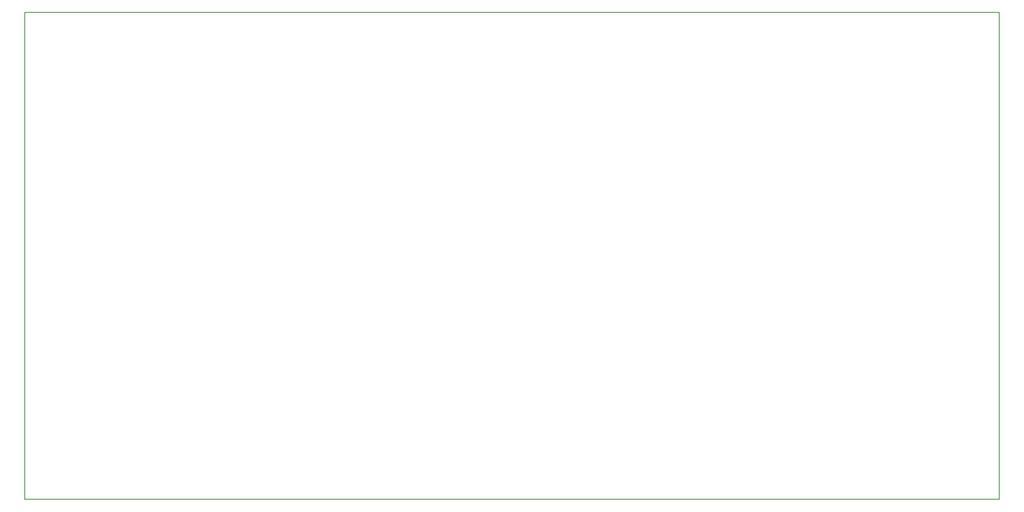
<source format=gbr>
G04 #@! TF.GenerationSoftware,KiCad,Pcbnew,5.1.4-e60b266~84~ubuntu18.04.1*
G04 #@! TF.CreationDate,2019-11-06T15:58:44-08:00*
G04 #@! TF.ProjectId,integrated,696e7465-6772-4617-9465-642e6b696361,rev?*
G04 #@! TF.SameCoordinates,Original*
G04 #@! TF.FileFunction,Profile,NP*
%FSLAX46Y46*%
G04 Gerber Fmt 4.6, Leading zero omitted, Abs format (unit mm)*
G04 Created by KiCad (PCBNEW 5.1.4-e60b266~84~ubuntu18.04.1) date 2019-11-06 15:58:44*
%MOMM*%
%LPD*%
G04 APERTURE LIST*
%ADD10C,0.200000*%
G04 APERTURE END LIST*
D10*
X50000000Y-150000000D02*
X50000000Y-50000000D01*
X250000000Y-150000000D02*
X50000000Y-150000000D01*
X250000000Y-50000000D02*
X250000000Y-150000000D01*
X50000000Y-50000000D02*
X250000000Y-50000000D01*
M02*

</source>
